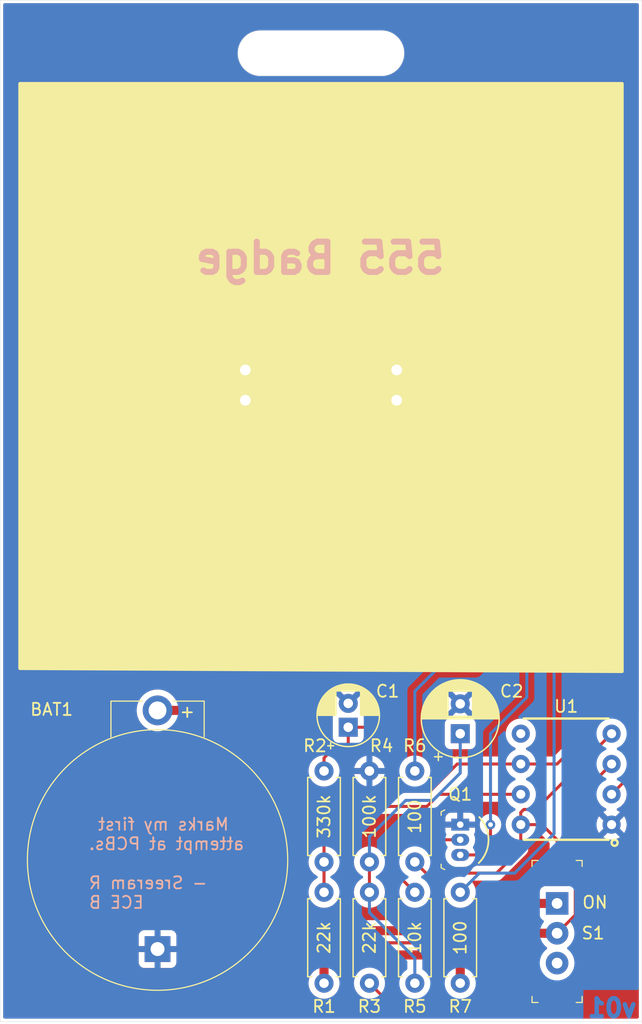
<source format=kicad_pcb>
(kicad_pcb (version 20221018) (generator pcbnew)
  (title_block (title "555 Badge") (date "2023-12-13") (rev "v01") (comment 1 "creativecommons.org/licenses/by/4.0/") (comment 2 "License: CC by 4.0") (comment 3 "Author: Sreeram R"))
  (layers (0 "F.Cu" signal) (31 "B.Cu" signal) (34 "B.Paste" user) (35 "F.Paste" user) (36 "B.SilkS" user "B.Silkscreen") (37 "F.SilkS" user "F.Silkscreen") (38 "B.Mask" user) (39 "F.Mask" user) (44 "Edge.Cuts" user))
  (net 0 "")
  (net 1 "GND")
  (net 2 "Net-(BAT1-PadPos)")
  (net 3 "Net-(U1-THRESH)")
  (net 4 "Net-(C2-Pad1)")
  (net 5 "Net-(D1-K)")
  (net 6 "Net-(D1-A)")
  (net 7 "Net-(D2-A)")
  (net 8 "Net-(Q1-B)")
  (net 9 "VCC")
  (net 10 "Net-(U1-DIS)")
  (net 11 "Net-(U1-OUT)")
  (footprint "Capacitor_THT:CP_Radial_D5.0mm_P2.00mm" (layer "F.Cu") (at 156.21 102.33 90)
    (fp_text reference "C1" (at 3.016 3.302 180) (layer "F.SilkS") (effects (font (size 1.016 1))))
    (fp_text value "10uF")
    (fp_line (start -1.804775 -1.475) (end -1.304775 -1.475) (stroke (width 0.12)) (layer "F.SilkS"))
    (fp_line (start -1.554775 -1.725) (end -1.554775 -1.225) (stroke (width 0.12)) (layer "F.SilkS"))
    (fp_line (start 1 -2.58) (end 1 -1.04) (stroke (width 0.12)) (layer "F.SilkS"))
    (fp_line (start 1 1.04) (end 1 2.58) (stroke (width 0.12)) (layer "F.SilkS"))
    (fp_line (start 1.04 -2.58) (end 1.04 -1.04) (stroke (width 0.12)) (layer "F.SilkS"))
    (fp_line (start 1.04 1.04) (end 1.04 2.58) (stroke (width 0.12)) (layer "F.SilkS"))
    (fp_line (start 1.08 -2.579) (end 1.08 -1.04) (stroke (width 0.12)) (layer "F.SilkS"))
    (fp_line (start 1.08 1.04) (end 1.08 2.579) (stroke (width 0.12)) (layer "F.SilkS"))
    (fp_line (start 1.12 -2.578) (end 1.12 -1.04) (stroke (width 0.12)) (layer "F.SilkS"))
    (fp_line (start 1.12 1.04) (end 1.12 2.578) (stroke (width 0.12)) (layer "F.SilkS"))
    (fp_line (start 1.16 -2.576) (end 1.16 -1.04) (stroke (width 0.12)) (layer "F.SilkS"))
    (fp_line (start 1.16 1.04) (end 1.16 2.576) (stroke (width 0.12)) (layer "F.SilkS"))
    (fp_line (start 1.2 -2.573) (end 1.2 -1.04) (stroke (width 0.12)) (layer "F.SilkS"))
    (fp_line (start 1.2 1.04) (end 1.2 2.573) (stroke (width 0.12)) (layer "F.SilkS"))
    (fp_line (start 1.24 -2.569) (end 1.24 -1.04) (stroke (width 0.12)) (layer "F.SilkS"))
    (fp_line (start 1.24 1.04) (end 1.24 2.569) (stroke (width 0.12)) (layer "F.SilkS"))
    (fp_line (start 1.28 -2.565) (end 1.28 -1.04) (stroke (width 0.12)) (layer "F.SilkS"))
    (fp_line (start 1.28 1.04) (end 1.28 2.565) (stroke (width 0.12)) (layer "F.SilkS"))
    (fp_line (start 1.32 -2.561) (end 1.32 -1.04) (stroke (width 0.12)) (layer "F.SilkS"))
    (fp_line (start 1.32 1.04) (end 1.32 2.561) (stroke (width 0.12)) (layer "F.SilkS"))
    (fp_line (start 1.36 -2.556) (end 1.36 -1.04) (stroke (width 0.12)) (layer "F.SilkS"))
    (fp_line (start 1.36 1.04) (end 1.36 2.556) (stroke (width 0.12)) (layer "F.SilkS"))
    (fp_line (start 1.4 -2.55) (end 1.4 -1.04) (stroke (width 0.12)) (layer "F.SilkS"))
    (fp_line (start 1.4 1.04) (end 1.4 2.55) (stroke (width 0.12)) (layer "F.SilkS"))
    (fp_line (start 1.44 -2.543) (end 1.44 -1.04) (stroke (width 0.12)) (layer "F.SilkS"))
    (fp_line (start 1.44 1.04) (end 1.44 2.543) (stroke (width 0.12)) (layer "F.SilkS"))
    (fp_line (start 1.48 -2.536) (end 1.48 -1.04) (stroke (width 0.12)) (layer "F.SilkS"))
    (fp_line (start 1.48 1.04) (end 1.48 2.536) (stroke (width 0.12)) (layer "F.SilkS"))
    (fp_line (start 1.52 -2.528) (end 1.52 -1.04) (stroke (width 0.12)) (layer "F.SilkS"))
    (fp_line (start 1.52 1.04) (end 1.52 2.528) (stroke (width 0.12)) (layer "F.SilkS"))
    (fp_line (start 1.56 -2.52) (end 1.56 -1.04) (stroke (width 0.12)) (layer "F.SilkS"))
    (fp_line (start 1.56 1.04) (end 1.56 2.52) (stroke (width 0.12)) (layer "F.SilkS"))
    (fp_line (start 1.6 -2.511) (end 1.6 -1.04) (stroke (width 0.12)) (layer "F.SilkS"))
    (fp_line (start 1.6 1.04) (end 1.6 2.511) (stroke (width 0.12)) (layer "F.SilkS"))
    (fp_line (start 1.64 -2.501) (end 1.64 -1.04) (stroke (width 0.12)) (layer "F.SilkS"))
    (fp_line (start 1.64 1.04) (end 1.64 2.501) (stroke (width 0.12)) (layer "F.SilkS"))
    (fp_line (start 1.68 -2.491) (end 1.68 -1.04) (stroke (width 0.12)) (layer "F.SilkS"))
    (fp_line (start 1.68 1.04) (end 1.68 2.491) (stroke (width 0.12)) (layer "F.SilkS"))
    (fp_line (start 1.721 -2.48) (end 1.721 -1.04) (stroke (width 0.12)) (layer "F.SilkS"))
    (fp_line (start 1.721 1.04) (end 1.721 2.48) (stroke (width 0.12)) (layer "F.SilkS"))
    (fp_line (start 1.761 -2.468) (end 1.761 -1.04) (stroke (width 0.12)) (layer "F.SilkS"))
    (fp_line (start 1.761 1.04) (end 1.761 2.468) (stroke (width 0.12)) (layer "F.SilkS"))
    (fp_line (start 1.801 -2.455) (end 1.801 -1.04) (stroke (width 0.12)) (layer "F.SilkS"))
    (fp_line (start 1.801 1.04) (end 1.801 2.455) (stroke (width 0.12)) (layer "F.SilkS"))
    (fp_line (start 1.841 -2.442) (end 1.841 -1.04) (stroke (width 0.12)) (layer "F.SilkS"))
    (fp_line (start 1.841 1.04) (end 1.841 2.442) (stroke (width 0.12)) (layer "F.SilkS"))
    (fp_line (start 1.881 -2.428) (end 1.881 -1.04) (stroke (width 0.12)) (layer "F.SilkS"))
    (fp_line (start 1.881 1.04) (end 1.881 2.428) (stroke (width 0.12)) (layer "F.SilkS"))
    (fp_line (start 1.921 -2.414) (end 1.921 -1.04) (stroke (width 0.12)) (layer "F.SilkS"))
    (fp_line (start 1.921 1.04) (end 1.921 2.414) (stroke (width 0.12)) (layer "F.SilkS"))
    (fp_line (start 1.961 -2.398) (end 1.961 -1.04) (stroke (width 0.12)) (layer "F.SilkS"))
    (fp_line (start 1.961 1.04) (end 1.961 2.398) (stroke (width 0.12)) (layer "F.SilkS"))
    (fp_line (start 2.001 -2.382) (end 2.001 -1.04) (stroke (width 0.12)) (layer "F.SilkS"))
    (fp_line (start 2.001 1.04) (end 2.001 2.382) (stroke (width 0.12)) (layer "F.SilkS"))
    (fp_line (start 2.041 -2.365) (end 2.041 -1.04) (stroke (width 0.12)) (layer "F.SilkS"))
    (fp_line (start 2.041 1.04) (end 2.041 2.365) (stroke (width 0.12)) (layer "F.SilkS"))
    (fp_line (start 2.081 -2.348) (end 2.081 -1.04) (stroke (width 0.12)) (layer "F.SilkS"))
    (fp_line (start 2.081 1.04) (end 2.081 2.348) (stroke (width 0.12)) (layer "F.SilkS"))
    (fp_line (start 2.121 -2.329) (end 2.121 -1.04) (stroke (width 0.12)) (layer "F.SilkS"))
    (fp_line (start 2.121 1.04) (end 2.121 2.329) (stroke (width 0.12)) (layer "F.SilkS"))
    (fp_line (start 2.161 -2.31) (end 2.161 -1.04) (stroke (width 0.12)) (layer "F.SilkS"))
    (fp_line (start 2.161 1.04) (end 2.161 2.31) (stroke (width 0.12)) (layer "F.SilkS"))
    (fp_line (start 2.201 -2.29) (end 2.201 -1.04) (stroke (width 0.12)) (layer "F.SilkS"))
    (fp_line (start 2.201 1.04) (end 2.201 2.29) (stroke (width 0.12)) (layer "F.SilkS"))
    (fp_line (start 2.241 -2.268) (end 2.241 -1.04) (stroke (width 0.12)) (layer "F.SilkS"))
    (fp_line (start 2.241 1.04) (end 2.241 2.268) (stroke (width 0.12)) (layer "F.SilkS"))
    (fp_line (start 2.281 -2.247) (end 2.281 -1.04) (stroke (width 0.12)) (layer "F.SilkS"))
    (fp_line (start 2.281 1.04) (end 2.281 2.247) (stroke (width 0.12)) (layer "F.SilkS"))
    (fp_line (start 2.321 -2.224) (end 2.321 -1.04) (stroke (width 0.12)) (layer "F.SilkS"))
    (fp_line (start 2.321 1.04) (end 2.321 2.224) (stroke (width 0.12)) (layer "F.SilkS"))
    (fp_line (start 2.361 -2.2) (end 2.361 -1.04) (stroke (width 0.12)) (layer "F.SilkS"))
    (fp_line (start 2.361 1.04) (end 2.361 2.2) (stroke (width 0.12)) (layer "F.SilkS"))
    (fp_line (start 2.401 -2.175) (end 2.401 -1.04) (stroke (width 0.12)) (layer "F.SilkS"))
    (fp_line (start 2.401 1.04) (end 2.401 2.175) (stroke (width 0.12)) (layer "F.SilkS"))
    (fp_line (start 2.441 -2.149) (end 2.441 -1.04) (stroke (width 0.12)) (layer "F.SilkS"))
    (fp_line (start 2.441 1.04) (end 2.441 2.149) (stroke (width 0.12)) (layer "F.SilkS"))
    (fp_line (start 2.481 -2.122) (end 2.481 -1.04) (stroke (width 0.12)) (layer "F.SilkS"))
    (fp_line (start 2.481 1.04) (end 2.481 2.122) (stroke (width 0.12)) (layer "F.SilkS"))
    (fp_line (start 2.521 -2.095) (end 2.521 -1.04) (stroke (width 0.12)) (layer "F.SilkS"))
    (fp_line (start 2.521 1.04) (end 2.521 2.095) (stroke (width 0.12)) (layer "F.SilkS"))
    (fp_line (start 2.561 -2.065) (end 2.561 -1.04) (stroke (width 0.12)) (layer "F.SilkS"))
    (fp_line (start 2.561 1.04) (end 2.561 2.065) (stroke (width 0.12)) (layer "F.SilkS"))
    (fp_line (start 2.601 -2.035) (end 2.601 -1.04) (stroke (width 0.12)) (layer "F.SilkS"))
    (fp_line (start 2.601 1.04) (end 2.601 2.035) (stroke (width 0.12)) (layer "F.SilkS"))
    (fp_line (start 2.641 -2.004) (end 2.641 -1.04) (stroke (width 0.12)) (layer "F.SilkS"))
    (fp_line (start 2.641 1.04) (end 2.641 2.004) (stroke (width 0.12)) (layer "F.SilkS"))
    (fp_line (start 2.681 -1.971) (end 2.681 -1.04) (stroke (width 0.12)) (layer "F.SilkS"))
    (fp_line (start 2.681 1.04) (end 2.681 1.971) (stroke (width 0.12)) (layer "F.SilkS"))
    (fp_line (start 2.721 -1.937) (end 2.721 -1.04) (stroke (width 0.12)) (layer "F.SilkS"))
    (fp_line (start 2.721 1.04) (end 2.721 1.937) (stroke (width 0.12)) (layer "F.SilkS"))
    (fp_line (start 2.761 -1.901) (end 2.761 -1.04) (stroke (width 0.12)) (layer "F.SilkS"))
    (fp_line (start 2.761 1.04) (end 2.761 1.901) (stroke (width 0.12)) (layer "F.SilkS"))
    (fp_line (start 2.801 -1.864) (end 2.801 -1.04) (stroke (width 0.12)) (layer "F.SilkS"))
    (fp_line (start 2.801 1.04) (end 2.801 1.864) (stroke (width 0.12)) (layer "F.SilkS"))
    (fp_line (start 2.841 -1.826) (end 2.841 -1.04) (stroke (width 0.12)) (layer "F.SilkS"))
    (fp_line (start 2.841 1.04) (end 2.841 1.826) (stroke (width 0.12)) (layer "F.SilkS"))
    (fp_line (start 2.881 -1.785) (end 2.881 -1.04) (stroke (width 0.12)) (layer "F.SilkS"))
    (fp_line (start 2.881 1.04) (end 2.881 1.785) (stroke (width 0.12)) (layer "F.SilkS"))
    (fp_line (start 2.921 -1.743) (end 2.921 -1.04) (stroke (width 0.12)) (layer "F.SilkS"))
    (fp_line (start 2.921 1.04) (end 2.921 1.743) (stroke (width 0.12)) (layer "F.SilkS"))
    (fp_line (start 2.961 -1.699) (end 2.961 -1.04) (stroke (width 0.12)) (layer "F.SilkS"))
    (fp_line (start 2.961 1.04) (end 2.961 1.699) (stroke (width 0.12)) (layer "F.SilkS"))
    (fp_line (start 3.001 -1.653) (end 3.001 -1.04) (stroke (width 0.12)) (layer "F.SilkS"))
    (fp_line (start 3.001 1.04) (end 3.001 1.653) (stroke (width 0.12)) (layer "F.SilkS"))
    (fp_line (start 3.041 -1.605) (end 3.041 1.605) (stroke (width 0.12)) (layer "F.SilkS"))
    (fp_line (start 3.081 -1.554) (end 3.081 1.554) (stroke (width 0.12)) (layer "F.SilkS"))
    (fp_line (start 3.121 -1.5) (end 3.121 1.5) (stroke (width 0.12)) (layer "F.SilkS"))
    (fp_line (start 3.161 -1.443) (end 3.161 1.443) (stroke (width 0.12)) (layer "F.SilkS"))
    (fp_line (start 3.201 -1.383) (end 3.201 1.383) (stroke (width 0.12)) (layer "F.SilkS"))
    (fp_line (start 3.241 -1.319) (end 3.241 1.319) (stroke (width 0.12)) (layer "F.SilkS"))
    (fp_line (start 3.281 -1.251) (end 3.281 1.251) (stroke (width 0.12)) (layer "F.SilkS"))
    (fp_line (start 3.321 -1.178) (end 3.321 1.178) (stroke (width 0.12)) (layer "F.SilkS"))
    (fp_line (start 3.361 -1.098) (end 3.361 1.098) (stroke (width 0.12)) (layer "F.SilkS"))
    (fp_line (start 3.401 -1.011) (end 3.401 1.011) (stroke (width 0.12)) (layer "F.SilkS"))
    (fp_line (start 3.441 -0.915) (end 3.441 0.915) (stroke (width 0.12)) (layer "F.SilkS"))
    (fp_line (start 3.481 -0.805) (end 3.481 0.805) (stroke (width 0.12)) (layer "F.SilkS"))
    (fp_line (start 3.521 -0.677) (end 3.521 0.677) (stroke (width 0.12)) (layer "F.SilkS"))
    (fp_line (start 3.561 -0.518) (end 3.561 0.518) (stroke (width 0.12)) (layer "F.SilkS"))
    (fp_line (start 3.601 -0.284) (end 3.601 0.284) (stroke (width 0.12)) (layer "F.SilkS"))
    (fp_circle (center 1 0) (end 3.62 0) (stroke (width 0.12)) (fill none) (layer "F.SilkS"))
    (pad "1" thru_hole rect (at 0 0 90) (size 1.6 1.6) (drill 0.8) (layers "*.Cu" "*.Mask") (net 3 "Net-(U1-THRESH)"))
    (pad "2" thru_hole circle (at 2 0 90) (size 1.6 1.6) (drill 0.8) (layers "*.Cu" "*.Mask") (net 1 "GND"))
  )
  (footprint "digikey-footprints:TO-92-3" (layer "F.Cu") (at 165.608 110.49 -90)
    (fp_text reference "Q1" (at -2.54 0) (layer "F.SilkS") (effects (font (size 1.016 1))))
    (fp_text value "2N3904")
    (fp_line (start -1.08 1.6) (end -1.23 1.3) (stroke (width 0.1)) (layer "F.SilkS"))
    (fp_line (start -0.78 1.6) (end -1.08 1.6) (stroke (width 0.1)) (layer "F.SilkS"))
    (fp_line (start 3.62 1.6) (end 3.32 1.6) (stroke (width 0.1)) (layer "F.SilkS"))
    (fp_line (start 3.62 1.6) (end 3.77 1.3) (stroke (width 0.1)) (layer "F.SilkS"))
    (fp_arc (start -0.63 -1.6) (mid 1.305355 -2.372361) (end 3.22 -1.55) (stroke (width 0.15)) (layer "F.SilkS"))
    (pad "1" thru_hole rect (at 0 0 90) (size 1 1.5) (drill 0.55) (layers "*.Cu" "*.Mask") (net 1 "GND"))
    (pad "2" thru_hole oval (at 1.27 0 90) (size 1 1.5) (drill 0.55) (layers "*.Cu" "*.Mask") (net 8 "Net-(Q1-B)"))
    (pad "3" thru_hole oval (at 2.54 0 90) (size 1 1.5) (drill 0.55) (layers "*.Cu" "*.Mask") (net 5 "Net-(D1-K)"))
  )
  (footprint "Resistor_THT:R_Axial_DIN0207_L6.3mm_D2.5mm_P7.62mm_Horizontal" (layer "F.Cu") (at 161.798 113.618 90)
    (fp_text reference "R6" (at 9.732 0 180) (layer "F.SilkS") (effects (font (size 1.016 1))))
    (fp_text value "100" (at 3.81 0 90) (layer "F.SilkS") (effects (font (size 1.016 1))))
    (fp_line (start 0.54 -1.37) (end 7.08 -1.37) (stroke (width 0.12)) (layer "F.SilkS"))
    (fp_line (start 0.54 -1.04) (end 0.54 -1.37) (stroke (width 0.12)) (layer "F.SilkS"))
    (fp_line (start 0.54 1.04) (end 0.54 1.37) (stroke (width 0.12)) (layer "F.SilkS"))
    (fp_line (start 0.54 1.37) (end 7.08 1.37) (stroke (width 0.12)) (layer "F.SilkS"))
    (fp_line (start 7.08 -1.37) (end 7.08 -1.04) (stroke (width 0.12)) (layer "F.SilkS"))
    (fp_line (start 7.08 1.37) (end 7.08 1.04) (stroke (width 0.12)) (layer "F.SilkS"))
    (pad "1" thru_hole circle (at 0 0 90) (size 1.6 1.6) (drill 0.8) (layers "*.Cu" "*.Mask") (net 9 "VCC"))
    (pad "2" thru_hole oval (at 7.62 0 90) (size 1.6 1.6) (drill 0.8) (layers "*.Cu" "*.Mask") (net 6 "Net-(D1-A)"))
  )
  (footprint "Capacitor_THT:CP_Radial_D6.3mm_P2.50mm" (layer "F.Cu") (at 165.608 102.87 90)
    (fp_text reference "C2" (at 3.556 4.318 180) (layer "F.SilkS") (effects (font (size 1.016 1))))
    (fp_text value "100uF")
    (fp_line (start -2.250241 -1.839) (end -1.620241 -1.839) (stroke (width 0.12)) (layer "F.SilkS"))
    (fp_line (start -1.935241 -2.154) (end -1.935241 -1.524) (stroke (width 0.12)) (layer "F.SilkS"))
    (fp_line (start 1.25 -3.23) (end 1.25 3.23) (stroke (width 0.12)) (layer "F.SilkS"))
    (fp_line (start 1.29 -3.23) (end 1.29 3.23) (stroke (width 0.12)) (layer "F.SilkS"))
    (fp_line (start 1.33 -3.23) (end 1.33 3.23) (stroke (width 0.12)) (layer "F.SilkS"))
    (fp_line (start 1.37 -3.228) (end 1.37 3.228) (stroke (width 0.12)) (layer "F.SilkS"))
    (fp_line (start 1.41 -3.227) (end 1.41 3.227) (stroke (width 0.12)) (layer "F.SilkS"))
    (fp_line (start 1.45 -3.224) (end 1.45 3.224) (stroke (width 0.12)) (layer "F.SilkS"))
    (fp_line (start 1.49 -3.222) (end 1.49 -1.04) (stroke (width 0.12)) (layer "F.SilkS"))
    (fp_line (start 1.49 1.04) (end 1.49 3.222) (stroke (width 0.12)) (layer "F.SilkS"))
    (fp_line (start 1.53 -3.218) (end 1.53 -1.04) (stroke (width 0.12)) (layer "F.SilkS"))
    (fp_line (start 1.53 1.04) (end 1.53 3.218) (stroke (width 0.12)) (layer "F.SilkS"))
    (fp_line (start 1.57 -3.215) (end 1.57 -1.04) (stroke (width 0.12)) (layer "F.SilkS"))
    (fp_line (start 1.57 1.04) (end 1.57 3.215) (stroke (width 0.12)) (layer "F.SilkS"))
    (fp_line (start 1.61 -3.211) (end 1.61 -1.04) (stroke (width 0.12)) (layer "F.SilkS"))
    (fp_line (start 1.61 1.04) (end 1.61 3.211) (stroke (width 0.12)) (layer "F.SilkS"))
    (fp_line (start 1.65 -3.206) (end 1.65 -1.04) (stroke (width 0.12)) (layer "F.SilkS"))
    (fp_line (start 1.65 1.04) (end 1.65 3.206) (stroke (width 0.12)) (layer "F.SilkS"))
    (fp_line (start 1.69 -3.201) (end 1.69 -1.04) (stroke (width 0.12)) (layer "F.SilkS"))
    (fp_line (start 1.69 1.04) (end 1.69 3.201) (stroke (width 0.12)) (layer "F.SilkS"))
    (fp_line (start 1.73 -3.195) (end 1.73 -1.04) (stroke (width 0.12)) (layer "F.SilkS"))
    (fp_line (start 1.73 1.04) (end 1.73 3.195) (stroke (width 0.12)) (layer "F.SilkS"))
    (fp_line (start 1.77 -3.189) (end 1.77 -1.04) (stroke (width 0.12)) (layer "F.SilkS"))
    (fp_line (start 1.77 1.04) (end 1.77 3.189) (stroke (width 0.12)) (layer "F.SilkS"))
    (fp_line (start 1.81 -3.182) (end 1.81 -1.04) (stroke (width 0.12)) (layer "F.SilkS"))
    (fp_line (start 1.81 1.04) (end 1.81 3.182) (stroke (width 0.12)) (layer "F.SilkS"))
    (fp_line (start 1.85 -3.175) (end 1.85 -1.04) (stroke (width 0.12)) (layer "F.SilkS"))
    (fp_line (start 1.85 1.04) (end 1.85 3.175) (stroke (width 0.12)) (layer "F.SilkS"))
    (fp_line (start 1.89 -3.167) (end 1.89 -1.04) (stroke (width 0.12)) (layer "F.SilkS"))
    (fp_line (start 1.89 1.04) (end 1.89 3.167) (stroke (width 0.12)) (layer "F.SilkS"))
    (fp_line (start 1.93 -3.159) (end 1.93 -1.04) (stroke (width 0.12)) (layer "F.SilkS"))
    (fp_line (start 1.93 1.04) (end 1.93 3.159) (stroke (width 0.12)) (layer "F.SilkS"))
    (fp_line (start 1.971 -3.15) (end 1.971 -1.04) (stroke (width 0.12)) (layer "F.SilkS"))
    (fp_line (start 1.971 1.04) (end 1.971 3.15) (stroke (width 0.12)) (layer "F.SilkS"))
    (fp_line (start 2.011 -3.141) (end 2.011 -1.04) (stroke (width 0.12)) (layer "F.SilkS"))
    (fp_line (start 2.011 1.04) (end 2.011 3.141) (stroke (width 0.12)) (layer "F.SilkS"))
    (fp_line (start 2.051 -3.131) (end 2.051 -1.04) (stroke (width 0.12)) (layer "F.SilkS"))
    (fp_line (start 2.051 1.04) (end 2.051 3.131) (stroke (width 0.12)) (layer "F.SilkS"))
    (fp_line (start 2.091 -3.121) (end 2.091 -1.04) (stroke (width 0.12)) (layer "F.SilkS"))
    (fp_line (start 2.091 1.04) (end 2.091 3.121) (stroke (width 0.12)) (layer "F.SilkS"))
    (fp_line (start 2.131 -3.11) (end 2.131 -1.04) (stroke (width 0.12)) (layer "F.SilkS"))
    (fp_line (start 2.131 1.04) (end 2.131 3.11) (stroke (width 0.12)) (layer "F.SilkS"))
    (fp_line (start 2.171 -3.098) (end 2.171 -1.04) (stroke (width 0.12)) (layer "F.SilkS"))
    (fp_line (start 2.171 1.04) (end 2.171 3.098) (stroke (width 0.12)) (layer "F.SilkS"))
    (fp_line (start 2.211 -3.086) (end 2.211 -1.04) (stroke (width 0.12)) (layer "F.SilkS"))
    (fp_line (start 2.211 1.04) (end 2.211 3.086) (stroke (width 0.12)) (layer "F.SilkS"))
    (fp_line (start 2.251 -3.074) (end 2.251 -1.04) (stroke (width 0.12)) (layer "F.SilkS"))
    (fp_line (start 2.251 1.04) (end 2.251 3.074) (stroke (width 0.12)) (layer "F.SilkS"))
    (fp_line (start 2.291 -3.061) (end 2.291 -1.04) (stroke (width 0.12)) (layer "F.SilkS"))
    (fp_line (start 2.291 1.04) (end 2.291 3.061) (stroke (width 0.12)) (layer "F.SilkS"))
    (fp_line (start 2.331 -3.047) (end 2.331 -1.04) (stroke (width 0.12)) (layer "F.SilkS"))
    (fp_line (start 2.331 1.04) (end 2.331 3.047) (stroke (width 0.12)) (layer "F.SilkS"))
    (fp_line (start 2.371 -3.033) (end 2.371 -1.04) (stroke (width 0.12)) (layer "F.SilkS"))
    (fp_line (start 2.371 1.04) (end 2.371 3.033) (stroke (width 0.12)) (layer "F.SilkS"))
    (fp_line (start 2.411 -3.018) (end 2.411 -1.04) (stroke (width 0.12)) (layer "F.SilkS"))
    (fp_line (start 2.411 1.04) (end 2.411 3.018) (stroke (width 0.12)) (layer "F.SilkS"))
    (fp_line (start 2.451 -3.002) (end 2.451 -1.04) (stroke (width 0.12)) (layer "F.SilkS"))
    (fp_line (start 2.451 1.04) (end 2.451 3.002) (stroke (width 0.12)) (layer "F.SilkS"))
    (fp_line (start 2.491 -2.986) (end 2.491 -1.04) (stroke (width 0.12)) (layer "F.SilkS"))
    (fp_line (start 2.491 1.04) (end 2.491 2.986) (stroke (width 0.12)) (layer "F.SilkS"))
    (fp_line (start 2.531 -2.97) (end 2.531 -1.04) (stroke (width 0.12)) (layer "F.SilkS"))
    (fp_line (start 2.531 1.04) (end 2.531 2.97) (stroke (width 0.12)) (layer "F.SilkS"))
    (fp_line (start 2.571 -2.952) (end 2.571 -1.04) (stroke (width 0.12)) (layer "F.SilkS"))
    (fp_line (start 2.571 1.04) (end 2.571 2.952) (stroke (width 0.12)) (layer "F.SilkS"))
    (fp_line (start 2.611 -2.934) (end 2.611 -1.04) (stroke (width 0.12)) (layer "F.SilkS"))
    (fp_line (start 2.611 1.04) (end 2.611 2.934) (stroke (width 0.12)) (layer "F.SilkS"))
    (fp_line (start 2.651 -2.916) (end 2.651 -1.04) (stroke (width 0.12)) (layer "F.SilkS"))
    (fp_line (start 2.651 1.04) (end 2.651 2.916) (stroke (width 0.12)) (layer "F.SilkS"))
    (fp_line (start 2.691 -2.896) (end 2.691 -1.04) (stroke (width 0.12)) (layer "F.SilkS"))
    (fp_line (start 2.691 1.04) (end 2.691 2.896) (stroke (width 0.12)) (layer "F.SilkS"))
    (fp_line (start 2.731 -2.876) (end 2.731 -1.04) (stroke (width 0.12)) (layer "F.SilkS"))
    (fp_line (start 2.731 1.04) (end 2.731 2.876) (stroke (width 0.12)) (layer "F.SilkS"))
    (fp_line (start 2.771 -2.856) (end 2.771 -1.04) (stroke (width 0.12)) (layer "F.SilkS"))
    (fp_line (start 2.771 1.04) (end 2.771 2.856) (stroke (width 0.12)) (layer "F.SilkS"))
    (fp_line (start 2.811 -2.834) (end 2.811 -1.04) (stroke (width 0.12)) (layer "F.SilkS"))
    (fp_line (start 2.811 1.04) (end 2.811 2.834) (stroke (width 0.12)) (layer "F.SilkS"))
    (fp_line (start 2.851 -2.812) (end 2.851 -1.04) (stroke (width 0.12)) (layer "F.SilkS"))
    (fp_line (start 2.851 1.04) (end 2.851 2.812) (stroke (width 0.12)) (layer "F.SilkS"))
    (fp_line (start 2.891 -2.79) (end 2.891 -1.04) (stroke (width 0.12)) (layer "F.SilkS"))
    (fp_line (start 2.891 1.04) (end 2.891 2.79) (stroke (width 0.12)) (layer "F.SilkS"))
    (fp_line (start 2.931 -2.766) (end 2.931 -1.04) (stroke (width 0.12)) (layer "F.SilkS"))
    (fp_line (start 2.931 1.04) (end 2.931 2.766) (stroke (width 0.12)) (layer "F.SilkS"))
    (fp_line (start 2.971 -2.742) (end 2.971 -1.04) (stroke (width 0.12)) (layer "F.SilkS"))
    (fp_line (start 2.971 1.04) (end 2.971 2.742) (stroke (width 0.12)) (layer "F.SilkS"))
    (fp_line (start 3.011 -2.716) (end 3.011 -1.04) (stroke (width 0.12)) (layer "F.SilkS"))
    (fp_line (start 3.011 1.04) (end 3.011 2.716) (stroke (width 0.12)) (layer "F.SilkS"))
    (fp_line (start 3.051 -2.69) (end 3.051 -1.04) (stroke (width 0.12)) (layer "F.SilkS"))
    (fp_line (start 3.051 1.04) (end 3.051 2.69) (stroke (width 0.12)) (layer "F.SilkS"))
    (fp_line (start 3.091 -2.664) (end 3.091 -1.04) (stroke (width 0.12)) (layer "F.SilkS"))
    (fp_line (start 3.091 1.04) (end 3.091 2.664) (stroke (width 0.12)) (layer "F.SilkS"))
    (fp_line (start 3.131 -2.636) (end 3.131 -1.04) (stroke (width 0.12)) (layer "F.SilkS"))
    (fp_line (start 3.131 1.04) (end 3.131 2.636) (stroke (width 0.12)) (layer "F.SilkS"))
    (fp_line (start 3.171 -2.607) (end 3.171 -1.04) (stroke (width 0.12)) (layer "F.SilkS"))
    (fp_line (start 3.171 1.04) (end 3.171 2.607) (stroke (width 0.12)) (layer "F.SilkS"))
    (fp_line (start 3.211 -2.578) (end 3.211 -1.04) (stroke (width 0.12)) (layer "F.SilkS"))
    (fp_line (start 3.211 1.04) (end 3.211 2.578) (stroke (width 0.12)) (layer "F.SilkS"))
    (fp_line (start 3.251 -2.548) (end 3.251 -1.04) (stroke (width 0.12)) (layer "F.SilkS"))
    (fp_line (start 3.251 1.04) (end 3.251 2.548) (stroke (width 0.12)) (layer "F.SilkS"))
    (fp_line (start 3.291 -2.516) (end 3.291 -1.04) (stroke (width 0.12)) (layer "F.SilkS"))
    (fp_line (start 3.291 1.04) (end 3.291 2.516) (stroke (width 0.12)) (layer "F.SilkS"))
    (fp_line (start 3.331 -2.484) (end 3.331 -1.04) (stroke (width 0.12)) (layer "F.SilkS"))
    (fp_line (start 3.331 1.04) (end 3.331 2.484) (stroke (width 0.12)) (layer "F.SilkS"))
    (fp_line (start 3.371 -2.45) (end 3.371 -1.04) (stroke (width 0.12)) (layer "F.SilkS"))
    (fp_line (start 3.371 1.04) (end 3.371 2.45) (stroke (width 0.12)) (layer "F.SilkS"))
    (fp_line (start 3.411 -2.416) (end 3.411 -1.04) (stroke (width 0.12)) (layer "F.SilkS"))
    (fp_line (start 3.411 1.04) (end 3.411 2.416) (stroke (width 0.12)) (layer "F.SilkS"))
    (fp_line (start 3.451 -2.38) (end 3.451 -1.04) (stroke (width 0.12)) (layer "F.SilkS"))
    (fp_line (start 3.451 1.04) (end 3.451 2.38) (stroke (width 0.12)) (layer "F.SilkS"))
    (fp_line (start 3.491 -2.343) (end 3.491 -1.04) (stroke (width 0.12)) (layer "F.SilkS"))
    (fp_line (start 3.491 1.04) (end 3.491 2.343) (stroke (width 0.12)) (layer "F.SilkS"))
    (fp_line (start 3.531 -2.305) (end 3.531 -1.04) (stroke (width 0.12)) (layer "F.SilkS"))
    (fp_line (start 3.531 1.04) (end 3.531 2.305) (stroke (width 0.12)) (layer "F.SilkS"))
    (fp_line (start 3.571 -2.265) (end 3.571 2.265) (stroke (width 0.12)) (layer "F.SilkS"))
    (fp_line (start 3.611 -2.224) (end 3.611 2.224) (stroke (width 0.12)) (layer "F.SilkS"))
    (fp_line (start 3.651 -2.182) (end 3.651 2.182) (stroke (width 0.12)) (layer "F.SilkS"))
    (fp_line (start 3.691 -2.137) (end 3.691 2.137) (stroke (width 0.12)) (layer "F.SilkS"))
    (fp_line (start 3.731 -2.092) (end 3.731 2.092) (stroke (width 0.12)) (layer "F.SilkS"))
    (fp_line (start 3.771 -2.044) (end 3.771 2.044) (stroke (width 0.12)) (layer "F.SilkS"))
    (fp_line (start 3.811 -1.995) (end 3.811 1.995) (stroke (width 0.12)) (layer "F.SilkS"))
    (fp_line (start 3.851 -1.944) (end 3.851 1.944) (stroke (width 0.12)) (layer "F.SilkS"))
    (fp_line (start 3.891 -1.89) (end 3.891 1.89) (stroke (width 0.12)) (layer "F.SilkS"))
    (fp_line (start 3.931 -1.834) (end 3.931 1.834) (stroke (width 0.12)) (layer "F.SilkS"))
    (fp_line (start 3.971 -1.776) (end 3.971 1.776) (stroke (width 0.12)) (layer "F.SilkS"))
    (fp_line (start 4.011 -1.714) (end 4.011 1.714) (stroke (width 0.12)) (layer "F.SilkS"))
    (fp_line (start 4.051 -1.65) (end 4.051 1.65) (stroke (width 0.12)) (layer "F.SilkS"))
    (fp_line (start 4.091 -1.581) (end 4.091 1.581) (stroke (width 0.12)) (layer "F.SilkS"))
    (fp_line (start 4.131 -1.509) (end 4.131 1.509) (stroke (width 0.12)) (layer "F.SilkS"))
    (fp_line (start 4.171 -1.432) (end 4.171 1.432) (stroke (width 0.12)) (layer "F.SilkS"))
    (fp_line (start 4.211 -1.35) (end 4.211 1.35) (stroke (width 0.12)) (layer "F.SilkS"))
    (fp_line (start 4.251 -1.262) (end 4.251 1.262) (stroke (width 0.12)) (layer "F.SilkS"))
    (fp_line (start 4.291 -1.165) (end 4.291 1.165) (stroke (width 0.12)) (layer "F.SilkS"))
    (fp_line (start 4.331 -1.059) (end 4.331 1.059) (stroke (width 0.12)) (layer "F.SilkS"))
    (fp_line (start 4.371 -0.94) (end 4.371 0.94) (stroke (width 0.12)) (layer "F.SilkS"))
    (fp_line (start 4.411 -0.802) (end 4.411 0.802) (stroke (width 0.12)) (layer "F.SilkS"))
    (fp_line (start 4.451 -0.633) (end 4.451 0.633) (stroke (width 0.12)) (layer "F.SilkS"))
    (fp_line (start 4.491 -0.402) (end 4.491 0.402) (stroke (width 0.12)) (layer "F.SilkS"))
    (fp_circle (center 1.25 0) (end 4.52 0) (stroke (width 0.12)) (fill none) (layer "F.SilkS"))
    (pad "1" thru_hole rect (at 0 0 90) (size 1.6 1.6) (drill 0.8) (layers "*.Cu" "*.Mask") (net 4 "Net-(C2-Pad1)"))
    (pad "2" thru_hole circle (at 2.5 0 90) (size 1.6 1.6) (drill 0.8) (layers "*.Cu" "*.Mask") (net 1 "GND"))
  )
  (footprint "Resistor_THT:R_Axial_DIN0207_L6.3mm_D2.5mm_P7.62mm_Horizontal" (layer "F.Cu") (at 165.608 123.778 90)
    (fp_text reference "R7" (at -1.952 0 180) (layer "F.SilkS") (effects (font (size 1.016 1))))
    (fp_text value "100" (at 3.81 0 90) (layer "F.SilkS") (effects (font (size 1.016 1))))
    (fp_line (start 0.54 -1.37) (end 7.08 -1.37) (stroke (width 0.12)) (layer "F.SilkS"))
    (fp_line (start 0.54 -1.04) (end 0.54 -1.37) (stroke (width 0.12)) (layer "F.SilkS"))
    (fp_line (start 0.54 1.04) (end 0.54 1.37) (stroke (width 0.12)) (layer "F.SilkS"))
    (fp_line (start 0.54 1.37) (end 7.08 1.37) (stroke (width 0.12)) (layer "F.SilkS"))
    (fp_line (start 7.08 -1.37) (end 7.08 -1.04) (stroke (width 0.12)) (layer "F.SilkS"))
    (fp_line (start 7.08 1.37) (end 7.08 1.04) (stroke (width 0.12)) (layer "F.SilkS"))
    (pad "1" thru_hole circle (at 0 0 90) (size 1.6 1.6) (drill 0.8) (layers "*.Cu" "*.Mask") (net 9 "VCC"))
    (pad "2" thru_hole oval (at 7.62 0 90) (size 1.6 1.6) (drill 0.8) (layers "*.Cu" "*.Mask") (net 7 "Net-(D2-A)"))
  )
  (footprint "Resistor_THT:R_Axial_DIN0207_L6.3mm_D2.5mm_P7.62mm_Horizontal" (layer "F.Cu") (at 157.988 123.778 90)
    (fp_text reference "R3" (at -1.952 0 180) (layer "F.SilkS") (effects (font (size 1.016 1))))
    (fp_text value "22k" (at 3.81 0 90) (layer "F.SilkS") (effects (font (size 1.016 1))))
    (fp_line (start 0.54 -1.37) (end 7.08 -1.37) (stroke (width 0.12)) (layer "F.SilkS"))
    (fp_line (start 0.54 -1.04) (end 0.54 -1.37) (stroke (width 0.12)) (layer "F.SilkS"))
    (fp_line (start 0.54 1.04) (end 0.54 1.37) (stroke (width 0.12)) (layer "F.SilkS"))
    (fp_line (start 0.54 1.37) (end 7.08 1.37) (stroke (width 0.12)) (layer "F.SilkS"))
    (fp_line (start 7.08 -1.37) (end 7.08 -1.04) (stroke (width 0.12)) (layer "F.SilkS"))
    (fp_line (start 7.08 1.37) (end 7.08 1.04) (stroke (width 0.12)) (layer "F.SilkS"))
    (pad "1" thru_hole circle (at 0 0 90) (size 1.6 1.6) (drill 0.8) (layers "*.Cu" "*.Mask") (net 11 "Net-(U1-OUT)"))
    (pad "2" thru_hole oval (at 7.62 0 90) (size 1.6 1.6) (drill 0.8) (layers "*.Cu" "*.Mask") (net 4 "Net-(C2-Pad1)"))
  )
  (footprint "555Badge:ICM7555-PDIP" (layer "F.Cu") (at 174.498 106.68 90)
    (fp_text reference "U1" (at 6.096 0 unlocked) (layer "F.SilkS") (effects (font (size 1.016 1))))
    (fp_text value "7555")
    (fp_line (start -5.08 3.556) (end -5.08 -3.556) (stroke (width 0.2032)) (layer "F.SilkS"))
    (fp_line (start 5.08 3.556) (end 5.08 -3.556) (stroke (width 0.2032)) (layer "F.SilkS"))
    (fp_circle (center -5.334 4.064) (end -5.08 4.064) (stroke (width 0.2032)) (fill none) (layer "F.SilkS"))
    (pad "1" thru_hole circle (at -3.81 3.81 90) (size 1.524 1.524) (drill 0.762) (layers "*.Cu" "*.Mask") (net 1 "GND"))
    (pad "2" thru_hole circle (at -1.27 3.81 90) (size 1.524 1.524) (drill 0.762) (layers "*.Cu" "*.Mask") (net 3 "Net-(U1-THRESH)"))
    (pad "3" thru_hole circle (at 1.27 3.81 90) (size 1.524 1.524) (drill 0.762) (layers "*.Cu" "*.Mask") (net 11 "Net-(U1-OUT)"))
    (pad "4" thru_hole circle (at 3.81 3.81 90) (size 1.524 1.524) (drill 0.762) (layers "*.Cu" "*.Mask") (net 9 "VCC"))
    (pad "5" thru_hole circle (at 3.81 -3.81 90) (size 1.524 1.524) (drill 0.762) (layers "*.Cu" "*.Mask"))
    (pad "6" thru_hole circle (at 1.27 -3.81 90) (size 1.524 1.524) (drill 0.762) (layers "*.Cu" "*.Mask") (net 3 "Net-(U1-THRESH)"))
    (pad "7" thru_hole circle (at -1.27 -3.81 90) (size 1.524 1.524) (drill 0.762) (layers "*.Cu" "*.Mask") (net 10 "Net-(U1-DIS)"))
    (pad "8" thru_hole circle (at -3.81 -3.81 90) (size 1.524 1.524) (drill 0.762) (layers "*.Cu" "*.Mask") (net 9 "VCC"))
  )
  (footprint "Resistor_THT:R_Axial_DIN0207_L6.3mm_D2.5mm_P7.62mm_Horizontal" (layer "F.Cu") (at 154.178 123.778 90)
    (fp_text reference "R1" (at -1.952 0 180) (layer "F.SilkS") (effects (font (size 1.016 1))))
    (fp_text value "22k" (at 3.81 0 90) (layer "F.SilkS") (effects (font (size 1.016 1))))
    (fp_line (start 0.54 -1.37) (end 7.08 -1.37) (stroke (width 0.12)) (layer "F.SilkS"))
    (fp_line (start 0.54 -1.04) (end 0.54 -1.37) (stroke (width 0.12)) (layer "F.SilkS"))
    (fp_line (start 0.54 1.04) (end 0.54 1.37) (stroke (width 0.12)) (layer "F.SilkS"))
    (fp_line (start 0.54 1.37) (end 7.08 1.37) (stroke (width 0.12)) (layer "F.SilkS"))
    (fp_line (start 7.08 -1.37) (end 7.08 -1.04) (stroke (width 0.12)) (layer "F.SilkS"))
    (fp_line (start 7.08 1.37) (end 7.08 1.04) (stroke (width 0.12)) (layer "F.SilkS"))
    (pad "1" thru_hole circle (at 0 0 90) (size 1.6 1.6) (drill 0.8) (layers "*.Cu" "*.Mask") (net 9 "VCC"))
    (pad "2" thru_hole oval (at 7.62 0 90) (size 1.6 1.6) (drill 0.8) (layers "*.Cu" "*.Mask") (net 10 "Net-(U1-DIS)"))
  )
  (footprint "LED_THT:LED_D3.0mm" (layer "F.Cu") (at 147.574 74.93 90)
    (fp_text reference "D1")
    (fp_text value "RED")
    (pad "1" thru_hole rect (at 0 0 90) (size 1.8 1.8) (drill 0.9) (layers "*.Cu" "*.Mask") (net 5 "Net-(D1-K)"))
    (pad "2" thru_hole circle (at 2.54 0 90) (size 1.8 1.8) (drill 0.9) (layers "*.Cu" "*.Mask") (net 6 "Net-(D1-A)"))
  )
  (footprint "Resistor_THT:R_Axial_DIN0207_L6.3mm_D2.5mm_P7.62mm_Horizontal" (layer "F.Cu") (at 157.988 113.618 90)
    (fp_text reference "R4" (at 9.732 1.016 180) (layer "F.SilkS") (effects (font (size 1.016 1))))
    (fp_text value "100k" (at 3.81 0 90) (layer "F.SilkS") (effects (font (size 1.016 1))))
    (fp_line (start 0.54 -1.37) (end 7.08 -1.37) (stroke (width 0.12)) (layer "F.SilkS"))
    (fp_line (start 0.54 -1.04) (end 0.54 -1.37) (stroke (width 0.12)) (layer "F.SilkS"))
    (fp_line (start 0.54 1.04) (end 0.54 1.37) (stroke (width 0.12)) (layer "F.SilkS"))
    (fp_line (start 0.54 1.37) (end 7.08 1.37) (stroke (width 0.12)) (layer "F.SilkS"))
    (fp_line (start 7.08 -1.37) (end 7.08 -1.04) (stroke (width 0.12)) (layer "F.SilkS"))
    (fp_line (start 7.08 1.37) (end 7.08 1.04) (stroke (width 0.12)) (layer "F.SilkS"))
    (pad "1" thru_hole circle (at 0 0 90) (size 1.6 1.6) (drill 0.8) (layers "*.Cu" "*.Mask") (net 4 "Net-(C2-Pad1)"))
    (pad "2" thru_hole oval (at 7.62 0 90) (size 1.6 1.6) (drill 0.8) (layers "*.Cu" "*.Mask") (net 1 "GND"))
  )
  (footprint "LED_THT:LED_D3.0mm" (layer "F.Cu") (at 160.274 74.93 90)
    (fp_text reference "D2")
    (fp_text value "RED")
    (pad "1" thru_hole rect (at 0 0 90) (size 1.8 1.8) (drill 0.9) (layers "*.Cu" "*.Mask") (net 5 "Net-(D1-K)"))
    (pad "2" thru_hole circle (at 2.54 0 90) (size 1.8 1.8) (drill 0.9) (layers "*.Cu" "*.Mask") (net 7 "Net-(D2-A)"))
  )
  (footprint "digikey-footprints:Battery_Holder_Coin_2032_BS-7" (layer "F.Cu") (at 140.208 120.918 90)
    (fp_text reference "BAT1" (at 20.08 -8.89 180) (layer "F.SilkS") (effects (font (size 1.016 1))))
    (fp_text value "BS-7")
    (fp_line (start 17.78 -3.9116) (end 20.7772 -3.9116) (stroke (width 0.1)) (layer "F.SilkS"))
    (fp_line (start 17.78 3.9116) (end 20.7772 3.9116) (stroke (width 0.1)) (layer "F.SilkS"))
    (fp_line (start 20.7772 -3.9116) (end 20.7772 -1.27) (stroke (width 0.1)) (layer "F.SilkS"))
    (fp_line (start 20.7772 3.9116) (end 20.7772 1.27) (stroke (width 0.1)) (layer "F.SilkS"))
    (fp_circle (center 7.4676 0) (end 18.3896 0) (stroke (width 0.1)) (fill none) (layer "F.SilkS"))
    (pad "Neg" thru_hole rect (at 0 0 90) (size 2.17 2.17) (drill 1.17) (layers "*.Cu" "*.Mask") (net 1 "GND"))
    (pad "Pos" thru_hole circle (at 20 0 90) (size 2.5 2.5) (drill 1.5) (layers "*.Cu" "*.Mask") (net 2 "Net-(BAT1-PadPos)"))
  )
  (footprint "Resistor_THT:R_Axial_DIN0207_L6.3mm_D2.5mm_P7.62mm_Horizontal" (layer "F.Cu") (at 154.178 113.618 90)
    (fp_text reference "R2" (at 9.732 -0.762 180) (layer "F.SilkS") (effects (font (size 1.016 1))))
    (fp_text value "330k" (at 3.81 0 90) (layer "F.SilkS") (effects (font (size 1.016 1))))
    (fp_line (start 0.54 -1.37) (end 7.08 -1.37) (stroke (width 0.12)) (layer "F.SilkS"))
    (fp_line (start 0.54 -1.04) (end 0.54 -1.37) (stroke (width 0.12)) (layer "F.SilkS"))
    (fp_line (start 0.54 1.04) (end 0.54 1.37) (stroke (width 0.12)) (layer "F.SilkS"))
    (fp_line (start 0.54 1.37) (end 7.08 1.37) (stroke (width 0.12)) (layer "F.SilkS"))
    (fp_line (start 7.08 -1.37) (end 7.08 -1.04) (stroke (width 0.12)) (layer "F.SilkS"))
    (fp_line (start 7.08 1.37) (end 7.08 1.04) (stroke (width 0.12)) (layer "F.SilkS"))
    (pad "1" thru_hole circle (at 0 0 90) (size 1.6 1.6) (drill 0.8) (layers "*.Cu" "*.Mask") (net 10 "Net-(U1-DIS)"))
    (pad "2" thru_hole oval (at 7.62 0 90) (size 1.6 1.6) (drill 0.8) (layers "*.Cu" "*.Mask") (net 3 "Net-(U1-THRESH)"))
  )
  (footprint "digikey-footprints:Switch_Slide_11.6x4mm_EG1218" (layer "F.Cu") (at 173.736 117.094 -90)
    (fp_text reference "S1" (at 2.49 -3.02) (layer "F.SilkS") (effects (font (size 1.016 1))))
    (fp_text value "EG1218")
    (fp_line (start -3.6 -2.1) (end -3.6 -1.6) (stroke (width 0.1)) (layer "F.SilkS"))
    (fp_line (start -3.6 -2.1) (end -3.1 -2.1) (stroke (width 0.1)) (layer "F.SilkS"))
    (fp_line (start -3.6 2.1) (end -3.6 1.6) (stroke (width 0.1)) (layer "F.SilkS"))
    (fp_line (start -3.6 2.1) (end -3.1 2.1) (stroke (width 0.1)) (layer "F.SilkS"))
    (fp_line (start 8.3 -2.1) (end 7.8 -2.1) (stroke (width 0.1)) (layer "F.SilkS"))
    (fp_line (start 8.3 -2.1) (end 8.3 -1.6) (stroke (width 0.1)) (layer "F.SilkS"))
    (fp_line (start 8.3 2.1) (end 7.8 2.1) (stroke (width 0.1)) (layer "F.SilkS"))
    (fp_line (start 8.3 2.1) (end 8.3 1.6) (stroke (width 0.1)) (layer "F.SilkS"))
    (pad "1" thru_hole rect (at 0 0 270) (size 1.9 1.9) (drill 0.9) (layers "*.Cu" "*.Mask") (net 2 "Net-(BAT1-PadPos)"))
    (pad "2" thru_hole circle (at 2.5 0 270) (size 1.9 1.9) (drill 0.9) (layers "*.Cu" "*.Mask") (net 9 "VCC"))
    (pad "3" thru_hole circle (at 5 0 270) (size 1.9 1.9) (drill 0.9) (layers "*.Cu" "*.Mask"))
  )
  (footprint "Resistor_THT:R_Axial_DIN0207_L6.3mm_D2.5mm_P7.62mm_Horizontal" (layer "F.Cu") (at 161.798 123.778 90)
    (fp_text reference "R5" (at -1.952 0 180) (layer "F.SilkS") (effects (font (size 1.016 1))))
    (fp_text value "10k" (at 3.81 0 90) (layer "F.SilkS") (effects (font (size 1.016 1))))
    (fp_line (start 0.54 -1.37) (end 7.08 -1.37) (stroke (width 0.12)) (layer "F.SilkS"))
    (fp_line (start 0.54 -1.04) (end 0.54 -1.37) (stroke (width 0.12)) (layer "F.SilkS"))
    (fp_line (start 0.54 1.04) (end 0.54 1.37) (stroke (width 0.12)) (layer "F.SilkS"))
    (fp_line (start 0.54 1.37) (end 7.08 1.37) (stroke (width 0.12)) (layer "F.SilkS"))
    (fp_line (start 7.08 -1.37) (end 7.08 -1.04) (stroke (width 0.12)) (layer "F.SilkS"))
    (fp_line (start 7.08 1.37) (end 7.08 1.04) (stroke (width 0.12)) (layer "F.SilkS"))
    (pad "1" thru_hole circle (at 0 0 90) (size 1.6 1.6) (drill 0.8) (layers "*.Cu" "*.Mask") (net 4 "Net-(C2-Pad1)"))
    (pad "2" thru_hole oval (at 7.62 0 90) (size 1.6 1.6) (drill 0.8) (layers "*.Cu" "*.Mask") (net 8 "Net-(Q1-B)"))
  )
  (gr_line (start 127 41.402) (end 180.848 41.402) (stroke (width 0.0254)) (layer "Edge.Cuts"))
  (gr_arc (start 148.844 47.752) (mid 146.939 45.847) (end 148.844 43.942) (stroke (width 0.0254)) (layer "Edge.Cuts"))
  (gr_line (start 180.848 127) (end 180.848 41.402) (stroke (width 0.0254)) (layer "Edge.Cuts"))
  (gr_arc (start 159.004 43.942) (mid 160.909 45.847) (end 159.004 47.752) (stroke (width 0.0254)) (layer "Edge.Cuts"))
  (gr_line (start 180.848 127) (end 127 127) (stroke (width 0.0254)) (layer "Edge.Cuts"))
  (gr_line (start 148.844 43.942) (end 159.004 43.942) (stroke (width 0.0254)) (layer "Edge.Cuts"))
  (gr_line (start 148.844 47.752) (end 159.004 47.752) (stroke (width 0.0254)) (layer "Edge.Cuts"))
  (gr_line (start 127 41.402) (end 127 127) (stroke (width 0.0254)) (layer "Edge.Cuts"))
  (gr_text "v01" (at 180.594 126.746) (layer "B.Cu") (effects (font (size 1.5 1.5) (thickness 0.375) bold) (justify left bottom mirror)))
  (gr_text "Marks my first \n	attempt at PCBs.\n		\n		- Sreeram R\n			ECE B" (at 134.366 117.602) (layer "B.SilkS") (effects (font (size 1.016 1)) (justify right bottom mirror)))
  (gr_text "555 Badge" (at 164.592 64.516) (layer "B.SilkS") (effects (font (size 2.54 2.54) (thickness 0.508) bold) (justify left bottom mirror)))
  (gr_text "+" (at 141.986 101.6) (layer "F.SilkS") (effects (font (size 1.016 1)) (justify left bottom)))
  (gr_text "ON" (at 175.768 117.602) (layer "F.SilkS") (effects (font (size 1.016 1)) (justify left bottom)))
  (segment (start 167.64 119.38) (end 169.926 117.094) (width 0.762) (layer "F.Cu") (net 2))
  (segment (start 146.13 100.918) (end 149.352 104.14) (width 0.762) (layer "F.Cu") (net 2))
  (segment (start 149.352 115.316) (end 153.416 119.38) (width 0.762) (layer "F.Cu") (net 2))
  (segment (start 169.926 117.094) (end 173.736 117.094) (width 0.762) (layer "F.Cu") (net 2))
  (segment (start 140.208 100.918) (end 146.13 100.918) (width 0.762) (layer "F.Cu") (net 2))
  (segment (start 149.352 104.14) (end 149.352 115.316) (width 0.762) (layer "F.Cu") (net 2))
  (segment (start 153.416 119.38) (end 167.64 119.38) (width 0.762) (layer "F.Cu") (net 2))
  (segment (start 155.702 104.14) (end 156.21 103.632) (width 0.254) (layer "F.Cu") (net 3))
  (segment (start 154.178 105.998) (end 154.178 104.902) (width 0.254) (layer "F.Cu") (net 3))
  (segment (start 173.736 105.41) (end 170.688 105.41) (width 0.254) (layer "F.Cu") (net 3))
  (segment (start 178.816 100.584) (end 179.832 101.6) (width 0.254) (layer "F.Cu") (net 3))
  (segment (start 176.53 100.584) (end 178.816 100.584) (width 0.254) (layer "F.Cu") (net 3))
  (segment (start 156.21 103.632) (end 156.21 102.33) (width 0.254) (layer "F.Cu") (net 3))
  (segment (start 179.832 106.426) (end 178.308 107.95) (width 0.254) (layer "F.Cu") (net 3))
  (segment (start 160.782 107.696) (end 163.068 107.696) (width 0.254) (layer "F.Cu") (net 3))
  (segment (start 158.21 102.33) (end 159.766 103.886) (width 0.254) (layer "F.Cu") (net 3))
  (segment (start 154.94 104.14) (end 155.702 104.14) (width 0.254) (layer "F.Cu") (net 3))
  (segment (start 179.832 101.6) (end 179.832 106.426) (width 0.254) (layer "F.Cu") (net 3))
  (segment (start 163.068 107.696) (end 165.354 105.41) (width 0.254) (layer "F.Cu") (net 3))
  (segment (start 175.006 102.108) (end 175.006 104.14) (width 0.254) (layer "F.Cu") (net 3))
  (segment (start 165.354 105.41) (end 170.688 105.41) (width 0.254) (layer "F.Cu") (net 3))
  (segment (start 175.006 102.108) (end 176.53 100.584) (width 0.254) (layer "F.Cu") (net 3))
  (segment (start 159.766 103.886) (end 159.766 106.68) (width 0.254) (layer "F.Cu") (net 3))
  (segment (start 154.178 104.902) (end 154.94 104.14) (width 0.254) (layer "F.Cu") (net 3))
  (segment (start 156.21 102.33) (end 158.21 102.33) (width 0.254) (layer "F.Cu") (net 3))
  (segment (start 175.006 104.14) (end 173.736 105.41) (width 0.254) (layer "F.Cu") (net 3))
  (segment (start 159.766 106.68) (end 160.782 107.696) (width 0.254) (layer "F.Cu") (net 3))
  (segment (start 157.988 116.158) (end 157.988 113.618) (width 0.254) (layer "F.Cu") (net 4))
  (segment (start 157.988 113.618) (end 157.988 111.506) (width 0.254) (layer "B.Cu") (net 4))
  (segment (start 157.988 117.856) (end 161.798 121.666) (width 0.254) (layer "B.Cu") (net 4))
  (segment (start 165.608 106.172) (end 165.608 102.87) (width 0.254) (layer "B.Cu") (net 4))
  (segment (start 161.798 121.666) (end 161.798 123.778) (width 0.254) (layer "B.Cu") (net 4))
  (segment (start 157.988 116.158) (end 157.988 117.856) (width 0.254) (layer "B.Cu") (net 4))
  (segment (start 163.322 108.458) (end 165.608 106.172) (width 0.254) (layer "B.Cu") (net 4))
  (segment (start 161.036 108.458) (end 163.322 108.458) (width 0.254) (layer "B.Cu") (net 4))
  (segment (start 157.988 111.506) (end 161.036 108.458) (width 0.254) (layer "B.Cu") (net 4))
  (segment (start 165.608 113.03) (end 167.132 113.03) (width 0.254) (layer "F.Cu") (net 5))
  (segment (start 168.148 112.014) (end 168.148 110.49) (width 0.254) (layer "F.Cu") (net 5))
  (segment (start 167.132 113.03) (end 168.148 112.014) (width 0.254) (layer "F.Cu") (net 5))
  (via (at 168.148 110.49) (size 0.8) (drill 0.4) (layers "F.Cu" "B.Cu") (net 5))
  (segment (start 168.148 102.87) (end 171.196 99.822) (width 0.254) (layer "B.Cu") (net 5))
  (segment (start 167.132 74.93) (end 147.574 74.93) (width 0.254) (layer "B.Cu") (net 5))
  (segment (start 171.196 78.994) (end 167.132 74.93) (width 0.254) (layer "B.Cu") (net 5))
  (segment (start 171.196 99.822) (end 171.196 78.994) (width 0.254) (layer "B.Cu") (net 5))
  (segment (start 168.148 110.49) (end 168.148 102.87) (width 0.254) (layer "B.Cu") (net 5))
  (segment (start 144.272 73.66) (end 144.272 75.946) (width 0.254) (layer "B.Cu") (net 6))
  (segment (start 166.878 97.536) (end 163.576 97.536) (width 0.254) (layer "B.Cu") (net 6))
  (segment (start 145.542 72.39) (end 144.272 73.66) (width 0.254) (layer "B.Cu") (net 6))
  (segment (start 145.288 76.962) (end 165.608 76.962) (width 0.254) (layer "B.Cu") (net 6))
  (segment (start 144.272 75.946) (end 145.288 76.962) (width 0.254) (layer "B.Cu") (net 6))
  (segment (start 147.574 72.39) (end 145.542 72.39) (width 0.254) (layer "B.Cu") (net 6))
  (segment (start 163.576 97.536) (end 161.798 99.314) (width 0.254) (layer "B.Cu") (net 6))
  (segment (start 165.608 76.962) (end 169.418 80.772) (width 0.254) (layer "B.Cu") (net 6))
  (segment (start 161.798 99.314) (end 161.798 105.998) (width 0.254) (layer "B.Cu") (net 6))
  (segment (start 169.418 80.772) (end 169.418 94.996) (width 0.254) (layer "B.Cu") (net 6))
  (segment (start 169.418 94.996) (end 166.878 97.536) (width 0.254) (layer "B.Cu") (net 6))
  (segment (start 167.132 114.554) (end 167.132 114.634) (width 0.254) (layer "B.Cu") (net 7))
  (segment (start 170.18 114.554) (end 167.132 114.554) (width 0.254) (layer "B.Cu") (net 7))
  (segment (start 167.894 72.39) (end 173.482 77.978) (width 0.254) (layer "B.Cu") (net 7))
  (segment (start 167.132 114.634) (end 165.608 116.158) (width 0.254) (layer "B.Cu") (net 7))
  (segment (start 173.482 111.252) (end 170.18 114.554) (width 0.254) (layer "B.Cu") (net 7))
  (segment (start 173.482 77.978) (end 173.482 111.252) (width 0.254) (layer "B.Cu") (net 7))
  (segment (start 160.274 72.39) (end 167.894 72.39) (width 0.254) (layer "B.Cu") (net 7))
  (segment (start 159.766 112.522) (end 160.528 111.76) (width 0.254) (layer "F.Cu") (net 8))
  (segment (start 161.798 116.158) (end 159.766 114.126) (width 0.254) (layer "F.Cu") (net 8))
  (segment (start 159.766 114.126) (end 159.766 112.522) (width 0.254) (layer "F.Cu") (net 8))
  (segment (start 160.528 111.76) (end 165.608 111.76) (width 0.254) (layer "F.Cu") (net 8))
  (segment (start 170.942 109.22) (end 171.958 109.22) (width 0.254) (layer "F.Cu") (net 9))
  (segment (start 175.26 115.062) (end 175.26 118.07) (width 0.254) (layer "F.Cu") (net 9))
  (segment (start 175.26 118.07) (end 173.736 119.594) (width 0.254) (layer "F.Cu") (net 9))
  (segment (start 170.688 110.49) (end 172.466 110.49) (width 0.254) (layer "F.Cu") (net 9))
  (segment (start 168.91 121.412) (end 170.728 119.594) (width 0.762) (layer "F.Cu") (net 9))
  (segment (start 165.608 121.412) (end 168.91 121.412) (width 0.762) (layer "F.Cu") (net 9))
  (segment (start 168.656 114.554) (end 170.688 112.522) (width 0.254) (layer "F.Cu") (net 9))
  (segment (start 162.734 114.554) (end 168.656 114.554) (width 0.254) (layer "F.Cu") (net 9))
  (segment (start 154.178 123.778) (end 154.178 122.174) (width 0.762) (layer "F.Cu") (net 9))
  (segment (start 173.736 113.538) (end 175.26 115.062) (width 0.254) (layer "F.Cu") (net 9))
  (segment (start 173.736 111.76) (end 173.736 113.538) (width 0.254) (layer "F.Cu") (net 9))
  (segment (start 170.688 112.522) (end 170.688 110.49) (width 0.254) (layer "F.Cu") (net 9))
  (segment (start 171.958 109.22) (end 178.308 102.87) (width 0.254) (layer "F.Cu") (net 9))
  (segment (start 170.688 109.474) (end 170.942 109.22) (width 0.254) (layer "F.Cu") (net 9))
  (segment (start 154.94 121.412) (end 165.608 121.412) (width 0.762) (layer "F.Cu") (net 9))
  (segment (start 165.608 123.778) (end 165.608 121.412) (width 0.762) (layer "F.Cu") (net 9))
  (segment (start 170.688 110.49) (end 170.688 109.474) (width 0.254) (layer "F.Cu") (net 9))
  (segment (start 154.178 122.174) (end 154.94 121.412) (width 0.762) (layer "F.Cu") (net 9))
  (segment (start 161.798 113.618) (end 162.734 114.554) (width 0.254) (layer "F.Cu") (net 9))
  (segment (start 170.728 119.594) (end 173.736 119.594) (width 0.762) (layer "F.Cu") (net 9))
  (segment (start 172.466 110.49) (end 173.736 111.76) (width 0.254) (layer "F.Cu") (net 9))
  (segment (start 154.178 116.158) (end 154.178 113.618) (width 0.254) (layer "F.Cu") (net 10))
  (segment (start 163.83 107.95) (end 170.688 107.95) (width 0.254) (layer "F.Cu") (net 10))
  (segment (start 162.814 108.966) (end 163.83 107.95) (width 0.254) (layer "F.Cu") (net 10))
  (segment (start 154.178 111.76) (end 156.972 108.966) (width 0.254) (layer "F.Cu") (net 10))
  (segment (start 154.178 113.618) (end 154.178 111.76) (width 0.254) (layer "F.Cu") (net 10))
  (segment (start 156.972 108.966) (end 162.814 108.966) (width 0.254) (layer "F.Cu") (net 10))
  (segment (start 178.054 121.158) (end 175.514 123.698) (width 0.254) (layer "F.Cu") (net 11))
  (segment (start 178.308 105.41) (end 176.276 107.442) (width 0.254) (layer "F.Cu") (net 11))
  (segment (start 176.276 112.522) (end 178.054 114.3) (width 0.254) (layer "F.Cu") (net 11))
  (segment (start 178.054 114.3) (end 178.054 121.158) (width 0.254) (layer "F.Cu") (net 11))
  (segment (start 168.91 123.698) (end 167.132 125.476) (width 0.254) (layer "F.Cu") (net 11))
  (segment (start 159.686 125.476) (end 157.988 123.778) (width 0.254) (layer "F.Cu") (net 11))
  (segment (start 175.514 123.698) (end 168.91 123.698) (width 0.254) (layer "F.Cu") (net 11))
  (segment (start 167.132 125.476) (end 159.686 125.476) (width 0.254) (layer "F.Cu") (net 11))
  (segment (start 176.276 107.442) (end 176.276 112.522) (width 0.254) (layer "F.Cu") (net 11))
  (zone (net 1) (net_name "GND") (layer "F.Cu") (connect_pads (clearance 0.5)) (min_thickness 0.25) (fill yes (thermal_gap 0.5) (thermal_bridge_width 0.5))
    (polygon (pts (xy 127.254 41.656) (xy 180.594 41.656) (xy 180.594 126.746) (xy 127.254 126.746)))
  )
  (zone (net 1) (net_name "GND") (layer "B.Cu") (priority 1) (connect_pads (clearance 0.5)) (min_thickness 0.25) (fill yes (thermal_gap 0.5) (thermal_bridge_width 0.5))
    (polygon (pts (xy 127.254 126.746) (xy 127.254 41.656) (xy 180.594 41.656) (xy 180.594 126.746)))
  )
  (zone (net 0) (net_name "") (layer "F.SilkS") (connect_pads (clearance 0.5)) (min_thickness 0.25) (fill yes (thermal_gap 0.5) (thermal_bridge_width 0.5))
    (polygon (pts (xy 128.524 97.536) (xy 128.524 48.26) (xy 179.324 48.26) (xy 179.324 97.79)))
  )
)
</source>
